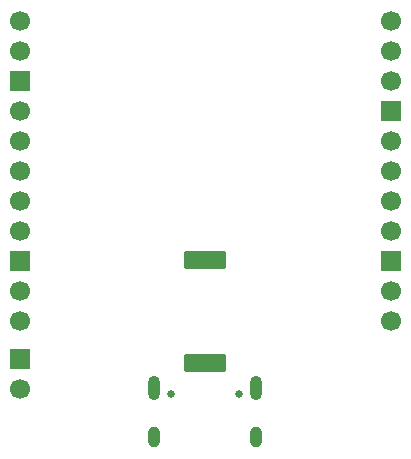
<source format=gbs>
%TF.GenerationSoftware,KiCad,Pcbnew,9.0.1*%
%TF.CreationDate,2025-12-21T16:37:51-06:00*%
%TF.ProjectId,ProtoCarrier_v1,50726f74-6f43-4617-9272-6965725f7631,rev?*%
%TF.SameCoordinates,Original*%
%TF.FileFunction,Soldermask,Bot*%
%TF.FilePolarity,Negative*%
%FSLAX46Y46*%
G04 Gerber Fmt 4.6, Leading zero omitted, Abs format (unit mm)*
G04 Created by KiCad (PCBNEW 9.0.1) date 2025-12-21 16:37:51*
%MOMM*%
%LPD*%
G01*
G04 APERTURE LIST*
G04 Aperture macros list*
%AMRoundRect*
0 Rectangle with rounded corners*
0 $1 Rounding radius*
0 $2 $3 $4 $5 $6 $7 $8 $9 X,Y pos of 4 corners*
0 Add a 4 corners polygon primitive as box body*
4,1,4,$2,$3,$4,$5,$6,$7,$8,$9,$2,$3,0*
0 Add four circle primitives for the rounded corners*
1,1,$1+$1,$2,$3*
1,1,$1+$1,$4,$5*
1,1,$1+$1,$6,$7*
1,1,$1+$1,$8,$9*
0 Add four rect primitives between the rounded corners*
20,1,$1+$1,$2,$3,$4,$5,0*
20,1,$1+$1,$4,$5,$6,$7,0*
20,1,$1+$1,$6,$7,$8,$9,0*
20,1,$1+$1,$8,$9,$2,$3,0*%
G04 Aperture macros list end*
%ADD10C,1.700000*%
%ADD11R,1.700000X1.700000*%
%ADD12C,0.650000*%
%ADD13O,1.000000X2.100000*%
%ADD14O,1.000000X1.800000*%
%ADD15RoundRect,0.102000X1.700000X-0.650000X1.700000X0.650000X-1.700000X0.650000X-1.700000X-0.650000X0*%
G04 APERTURE END LIST*
D10*
%TO.C,J2*%
X134300000Y-112970000D03*
D11*
X134300000Y-110430000D03*
%TD*%
D10*
%TO.C,J1*%
X134300000Y-81810000D03*
X134300000Y-84350000D03*
D11*
X134300000Y-86890000D03*
D10*
X134300000Y-89430000D03*
X134300000Y-91970000D03*
X134300000Y-94510000D03*
X134300000Y-97050000D03*
X134300000Y-99590000D03*
D11*
X134300000Y-102130000D03*
D10*
X134300000Y-104670000D03*
X134300000Y-107210000D03*
%TD*%
D12*
%TO.C,J4*%
X147110000Y-113395000D03*
X152890000Y-113395000D03*
D13*
X145680000Y-112895000D03*
D14*
X145680000Y-117075000D03*
D13*
X154320000Y-112895000D03*
D14*
X154320000Y-117075000D03*
%TD*%
D10*
%TO.C,J3*%
X165750000Y-81800000D03*
X165750000Y-84340000D03*
X165750000Y-86880000D03*
D11*
X165750000Y-89420000D03*
D10*
X165750000Y-91960000D03*
X165750000Y-94500000D03*
X165750000Y-97040000D03*
X165750000Y-99580000D03*
D11*
X165750000Y-102120000D03*
D10*
X165750000Y-104660000D03*
X165750000Y-107200000D03*
%TD*%
D15*
%TO.C,LS1*%
X150000000Y-110749999D03*
X150000000Y-102050001D03*
%TD*%
M02*

</source>
